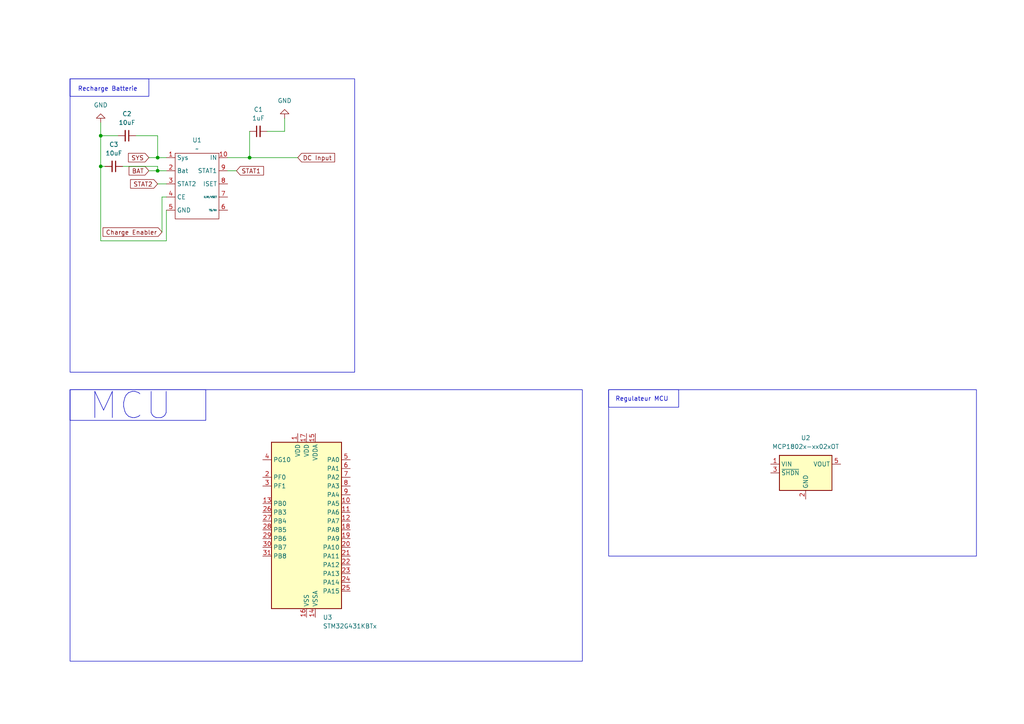
<source format=kicad_sch>
(kicad_sch (version 20231120) (generator "eeschema") (generator_version "8.0")
  (paper "A4")
  (title_block (title "PCB : Batterie Veste Lumineuse") (company "ENSEA") (comment 1 "Clément Servaes") (comment 2 "Léonard Navizet"))
  (lib_symbols
    (symbol "Device:C_Small" (pin_numbers hide) (pin_names (offset 0.254) hide)
      (property "Reference" "C" (at 0.254 1.778 0))
      (property "Value" "C_Small" (at 0.254 -2.032 0))
      (symbol "C_Small_0_1"
        (polyline (pts (xy -1.524 -0.508) (xy 1.524 -0.508)) (stroke (width 0.3302)))
        (polyline (pts (xy -1.524 0.508) (xy 1.524 0.508)) (stroke (width 0.3048)))
      )
      (symbol "C_Small_1_1"
        (pin passive line (at 0 2.54 270) (length 2.032) (name "~") (number "1"))
        (pin passive line (at 0 -2.54 90) (length 2.032) (name "~") (number "2"))
      )
    )
    (symbol "MCU_ST_STM32G4:STM32G431KBTx"
      (property "Reference" "U" (at -10.16 26.67 0))
      (property "Value" "STM32G431KBTx" (at 5.08 26.67 0))
      (symbol "STM32G431KBTx_0_1"
        (rectangle (start -10.16 -22.86) (end 10.16 25.4) (stroke (width 0.254)) (fill (type background)))
      )
      (symbol "STM32G431KBTx_1_1"
        (pin power_in line (at -2.54 27.94 270) (length 2.54) (name "VDD") (number "1"))
        (pin bidirectional line (at 12.7 7.62 180) (length 2.54) (name "PA5") (number "10"))
        (pin bidirectional line (at 12.7 5.08 180) (length 2.54) (name "PA6") (number "11"))
        (pin bidirectional line (at 12.7 2.54 180) (length 2.54) (name "PA7") (number "12"))
        (pin bidirectional line (at -12.7 7.62 0) (length 2.54) (name "PB0") (number "13"))
        (pin power_in line (at 2.54 -25.4 90) (length 2.54) (name "VSSA") (number "14"))
        (pin power_in line (at 2.54 27.94 270) (length 2.54) (name "VDDA") (number "15"))
        (pin power_in line (at 0 -25.4 90) (length 2.54) (name "VSS") (number "16"))
        (pin power_in line (at 0 27.94 270) (length 2.54) (name "VDD") (number "17"))
        (pin bidirectional line (at 12.7 0 180) (length 2.54) (name "PA8") (number "18"))
        (pin bidirectional line (at 12.7 -2.54 180) (length 2.54) (name "PA9") (number "19"))
        (pin bidirectional line (at -12.7 15.24 0) (length 2.54) (name "PF0") (number "2"))
        (pin bidirectional line (at 12.7 -5.08 180) (length 2.54) (name "PA10") (number "20"))
        (pin bidirectional line (at 12.7 -7.62 180) (length 2.54) (name "PA11") (number "21"))
        (pin bidirectional line (at 12.7 -10.16 180) (length 2.54) (name "PA12") (number "22"))
        (pin bidirectional line (at 12.7 -12.7 180) (length 2.54) (name "PA13") (number "23"))
        (pin bidirectional line (at 12.7 -15.24 180) (length 2.54) (name "PA14") (number "24"))
        (pin bidirectional line (at 12.7 -17.78 180) (length 2.54) (name "PA15") (number "25"))
        (pin bidirectional line (at -12.7 5.08 0) (length 2.54) (name "PB3") (number "26"))
        (pin bidirectional line (at -12.7 2.54 0) (length 2.54) (name "PB4") (number "27"))
        (pin bidirectional line (at -12.7 0 0) (length 2.54) (name "PB5") (number "28"))
        (pin bidirectional line (at -12.7 -2.54 0) (length 2.54) (name "PB6") (number "29"))
        (pin bidirectional line (at -12.7 12.7 0) (length 2.54) (name "PF1") (number "3"))
        (pin bidirectional line (at -12.7 -5.08 0) (length 2.54) (name "PB7") (number "30"))
        (pin bidirectional line (at -12.7 -7.62 0) (length 2.54) (name "PB8") (number "31"))
        (pin passive line (at 0 -25.4 90) (length 2.54) hide (name "VSS") (number "32"))
        (pin bidirectional line (at -12.7 20.32 0) (length 2.54) (name "PG10") (number "4"))
        (pin bidirectional line (at 12.7 20.32 180) (length 2.54) (name "PA0") (number "5"))
        (pin bidirectional line (at 12.7 17.78 180) (length 2.54) (name "PA1") (number "6"))
        (pin bidirectional line (at 12.7 15.24 180) (length 2.54) (name "PA2") (number "7"))
        (pin bidirectional line (at 12.7 12.7 180) (length 2.54) (name "PA3") (number "8"))
        (pin bidirectional line (at 12.7 10.16 180) (length 2.54) (name "PA4") (number "9"))
      )
    )
    (symbol "Regulator_Linear:MCP1802x-xx02xOT"
      (property "Reference" "U" (at -6.35 6.35 0))
      (property "Value" "MCP1802x-xx02xOT" (at 0 6.35 0))
      (symbol "MCP1802x-xx02xOT_0_1"
        (rectangle (start -7.62 5.08) (end 7.62 -5.08) (stroke (width 0.254)) (fill (type background)))
      )
      (symbol "MCP1802x-xx02xOT_1_1"
        (pin power_in line (at -10.16 2.54 0) (length 2.54) (name "VIN") (number "1"))
        (pin power_in line (at 0 -7.62 90) (length 2.54) (name "GND") (number "2"))
        (pin input line (at -10.16 0 0) (length 2.54) (name "~{SHDN}") (number "3"))
        (pin no_connect line (at 7.62 0 180) (length 2.54) hide (name "NC") (number "4"))
        (pin power_out line (at 10.16 2.54 180) (length 2.54) (name "VOUT") (number "5"))
      )
    )
    (symbol "SamacSys_Parts:595-BQ25185DLHR"
      (property "Reference" "U" (at 0 5.334 0))
      (symbol "595-BQ25185DLHR_0_1"
        (rectangle (start -6.35 6.35) (end 6.35 -12.7))
      )
      (symbol "595-BQ25185DLHR_1_1"
        (pin power_in line (at -8.89 5.08 0) (length 2.54) (name "Sys") (number "1"))
        (pin power_in line (at 8.89 5.08 180) (length 2.54) (name "IN") (number "10"))
        (pin power_in line (at -8.89 1.27 0) (length 2.54) (name "Bat") (number "2"))
        (pin output line (at -8.89 -2.54 0) (length 2.54) (name "STAT2") (number "3"))
        (pin input line (at -8.89 -6.35 0) (length 2.54) (name "CE") (number "4"))
        (pin passive line (at -8.89 -10.16 0) (length 2.54) (name "GND") (number "5"))
        (pin unspecified line (at 8.89 -10.16 180) (length 2.54) (name "TS/Mr") (number "6"))
        (pin unspecified line (at 8.89 -6.35 180) (length 2.54) (name "ILIM/VSET") (number "7"))
        (pin unspecified line (at 8.89 -2.54 180) (length 2.54) (name "ISET") (number "8"))
        (pin output line (at 8.89 1.27 180) (length 2.54) (name "STAT1") (number "9"))
      )
    )
    (symbol "power:GND" (power) (pin_numbers hide) (pin_names (offset 0) hide)
      (property "Value" "GND" (at 0 -3.81 0))
      (symbol "GND_0_1"
        (polyline (pts (xy 0 0) (xy 0 -1.27) (xy 1.27 -1.27) (xy 0 -2.54) (xy -1.27 -1.27) (xy 0 -1.27)))
      )
      (symbol "GND_1_1"
        (pin power_in line (at 0 0 270) (length 0) (name "~") (number "1"))
      )
    )
  )
  (junction (at 29.21 39.37))
  (junction (at 72.39 45.72))
  (junction (at 29.21 48.26))
  (junction (at 45.72 45.72))
  (junction (at 45.72 49.53))
  (wire (pts (xy 66.04 49.53) (xy 68.58 49.53)))
  (wire (pts (xy 43.18 45.72) (xy 45.72 45.72)))
  (wire (pts (xy 45.72 49.53) (xy 48.26 49.53)))
  (wire (pts (xy 30.48 48.26) (xy 29.21 48.26)))
  (wire (pts (xy 45.72 39.37) (xy 45.72 45.72)))
  (wire (pts (xy 45.72 45.72) (xy 48.26 45.72)))
  (wire (pts (xy 46.99 57.15) (xy 48.26 57.15)))
  (wire (pts (xy 29.21 48.26) (xy 29.21 39.37)))
  (wire (pts (xy 45.72 48.26) (xy 45.72 49.53)))
  (wire (pts (xy 43.18 49.53) (xy 45.72 49.53)))
  (wire (pts (xy 45.72 53.34) (xy 48.26 53.34)))
  (wire (pts (xy 46.99 67.31) (xy 46.99 57.15)))
  (wire (pts (xy 82.55 38.1) (xy 82.55 34.29)))
  (wire (pts (xy 48.26 69.85) (xy 29.21 69.85)))
  (wire (pts (xy 45.72 39.37) (xy 39.37 39.37)))
  (wire (pts (xy 86.36 45.72) (xy 72.39 45.72)))
  (wire (pts (xy 72.39 45.72) (xy 66.04 45.72)))
  (wire (pts (xy 29.21 69.85) (xy 29.21 48.26)))
  (wire (pts (xy 48.26 60.96) (xy 48.26 69.85)))
  (wire (pts (xy 35.56 48.26) (xy 45.72 48.26)))
  (wire (pts (xy 29.21 39.37) (xy 29.21 35.56)))
  (wire (pts (xy 82.55 38.1) (xy 77.47 38.1)))
  (wire (pts (xy 29.21 39.37) (xy 34.29 39.37)))
  (wire (pts (xy 72.39 45.72) (xy 72.39 38.1)))
  (rectangle (start 176.53 113.03) (end 196.85 118.11))
  (rectangle (start 176.53 113.03) (end 283.21 161.29))
  (rectangle (start 20.32 113.03) (end 59.69 121.92))
  (rectangle (start 20.32 113.03) (end 168.91 191.77))
  (rectangle (start 20.32 22.86) (end 102.87 107.95))
  (rectangle (start 20.32 22.86) (end 43.18 27.94))
  (text "MCU\n" (at 37.846 117.856 0) (effects (font (size 7.62 7.62))))
  (text "Recharge Batterie" (at 31.242 25.908 0) (effects (font (size 1.27 1.27))))
  (text "Regulateur MCU\n" (at 186.182 115.824 0) (effects (font (size 1.27 1.27))))
  (global_label "DC Input" (shape input) (at 86.36 45.72 0) (property "Intersheetrefs" "${INTERSHEET_REFS}" (effects (hide yes))))
  (global_label "STAT1" (shape input) (at 68.58 49.53 0) (property "Intersheetrefs" "${INTERSHEET_REFS}" (effects (hide yes))))
  (global_label "BAT" (shape input) (at 43.18 49.53 180) (property "Intersheetrefs" "${INTERSHEET_REFS}" (effects (hide yes))))
  (global_label "SYS" (shape input) (at 43.18 45.72 180) (property "Intersheetrefs" "${INTERSHEET_REFS}" (effects (hide yes))))
  (global_label "STAT2" (shape input) (at 45.72 53.34 180) (property "Intersheetrefs" "${INTERSHEET_REFS}" (effects (hide yes))))
  (global_label "Charge Enabler" (shape input) (at 46.99 67.31 180) (property "Intersheetrefs" "${INTERSHEET_REFS}" (effects (hide yes))))
  (symbol (lib_id "SamacSys_Parts:595-BQ25185DLHR") (at 57.15 50.8 0) (unit 1)
    (property "Reference" "U1" (at 57.15 40.64 0))
    (property "Value" "~" (at 57.15 43.18 0))
  )
  (symbol (lib_id "Device:C_Small") (at 74.93 38.1 90) (unit 1)
    (property "Reference" "C1" (at 74.9363 31.75 90))
    (property "Value" "1uF" (at 74.9363 34.29 90))
    (property "Description" "Unpolarized capacitor, small symbol" (effects (hide yes)))
  )
  (symbol (lib_id "MCU_ST_STM32G4:STM32G431KBTx") (at 88.9 153.67 0) (unit 1)
    (property "Reference" "U3" (at 93.6341 179.07 0) (effects (justify left)))
    (property "Value" "STM32G431KBTx" (at 93.6341 181.61 0) (effects (justify left)))
    (property "Footprint" "Package_QFP:LQFP-32_7x7mm_P0.8mm" (effects (hide yes)))
    (property "Datasheet" "https://www.st.com/resource/en/datasheet/stm32g431kb.pdf" (effects (hide yes)))
    (property "Description" "STMicroelectronics Arm Cortex-M4 MCU, 128KB flash, 32KB RAM, 170 MHz, 1.71-3.6V, 26 GPIO, LQFP32" (effects (hide yes)))
  )
  (symbol (lib_id "Device:C_Small") (at 33.02 48.26 270) (mirror x) (unit 1)
    (property "Reference" "C3" (at 33.0136 41.91 90))
    (property "Value" "10uF" (at 33.0136 44.45 90))
    (property "Description" "Unpolarized capacitor, small symbol" (effects (hide yes)))
  )
  (symbol (lib_id "power:GND") (at 29.21 35.56 180) (unit 1)
    (property "Reference" "#PWR02" (effects (hide yes)))
    (property "Value" "GND" (at 29.21 30.48 0))
    (property "Description" "Power symbol creates a global label with name \"GND\" , ground" (effects (hide yes)))
  )
  (symbol (lib_id "Device:C_Small") (at 36.83 39.37 270) (mirror x) (unit 1)
    (property "Reference" "C2" (at 36.8236 33.02 90))
    (property "Value" "10uF" (at 36.8236 35.56 90))
    (property "Description" "Unpolarized capacitor, small symbol" (effects (hide yes)))
  )
  (symbol (lib_id "power:GND") (at 82.55 34.29 0) (mirror x) (unit 1)
    (property "Reference" "#PWR01" (effects (hide yes)))
    (property "Value" "GND" (at 82.55 29.21 0))
    (property "Description" "Power symbol creates a global label with name \"GND\" , ground" (effects (hide yes)))
  )
  (symbol (lib_id "Regulator_Linear:MCP1802x-xx02xOT") (at 233.68 137.16 0) (unit 1)
    (property "Reference" "U2" (at 233.68 127 0))
    (property "Value" "MCP1802x-xx02xOT" (at 233.68 129.54 0))
    (property "Footprint" "Package_TO_SOT_SMD:SOT-23-5" (effects (hide yes)))
    (property "Datasheet" "http://ww1.microchip.com/downloads/en/DeviceDoc/22053C.pdf" (effects (hide yes)))
    (property "Description" "150mA, Tiny CMOS LDO With Shutdown, Fixed Voltage, SOT-23-5" (effects (hide yes)))
  )
)
</source>
